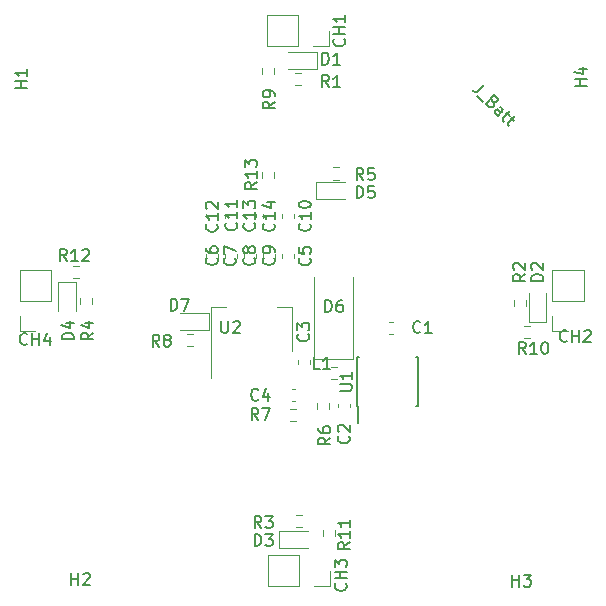
<source format=gbr>
%TF.GenerationSoftware,KiCad,Pcbnew,(5.1.8-0-10_14)*%
%TF.CreationDate,2021-02-18T22:33:31+08:00*%
%TF.ProjectId,batt_board,62617474-5f62-46f6-9172-642e6b696361,v0.2*%
%TF.SameCoordinates,Original*%
%TF.FileFunction,Legend,Top*%
%TF.FilePolarity,Positive*%
%FSLAX46Y46*%
G04 Gerber Fmt 4.6, Leading zero omitted, Abs format (unit mm)*
G04 Created by KiCad (PCBNEW (5.1.8-0-10_14)) date 2021-02-18 22:33:31*
%MOMM*%
%LPD*%
G01*
G04 APERTURE LIST*
%ADD10C,0.120000*%
%ADD11C,0.150000*%
G04 APERTURE END LIST*
D10*
%TO.C,U2*%
X139173000Y-85593000D02*
X137913000Y-85593000D01*
X132353000Y-85593000D02*
X133613000Y-85593000D01*
X139173000Y-89353000D02*
X139173000Y-85593000D01*
X132353000Y-91603000D02*
X132353000Y-85593000D01*
D11*
%TO.C,U1*%
X144745000Y-94023000D02*
X144795000Y-94023000D01*
X144745000Y-89873000D02*
X144890000Y-89873000D01*
X149895000Y-89873000D02*
X149750000Y-89873000D01*
X149895000Y-94023000D02*
X149750000Y-94023000D01*
X144745000Y-94023000D02*
X144745000Y-89873000D01*
X149895000Y-94023000D02*
X149895000Y-89873000D01*
X144795000Y-94023000D02*
X144795000Y-95423000D01*
D10*
%TO.C,R13*%
X137682500Y-74676724D02*
X137682500Y-74167276D01*
X136637500Y-74676724D02*
X136637500Y-74167276D01*
%TO.C,R12*%
X120649276Y-82154500D02*
X121158724Y-82154500D01*
X120649276Y-83199500D02*
X121158724Y-83199500D01*
%TO.C,R11*%
X141844500Y-105029724D02*
X141844500Y-104520276D01*
X142889500Y-105029724D02*
X142889500Y-104520276D01*
%TO.C,R10*%
X159385724Y-88279500D02*
X158876276Y-88279500D01*
X159385724Y-87234500D02*
X158876276Y-87234500D01*
%TO.C,R9*%
X137682500Y-65404276D02*
X137682500Y-65913724D01*
X136637500Y-65404276D02*
X136637500Y-65913724D01*
%TO.C,R8*%
X130810724Y-88914500D02*
X130301276Y-88914500D01*
X130810724Y-87869500D02*
X130301276Y-87869500D01*
%TO.C,R7*%
X139573724Y-95264500D02*
X139064276Y-95264500D01*
X139573724Y-94219500D02*
X139064276Y-94219500D01*
%TO.C,R6*%
X142381500Y-93725276D02*
X142381500Y-94234724D01*
X141336500Y-93725276D02*
X141336500Y-94234724D01*
%TO.C,R5*%
X142669240Y-74845233D02*
X143178688Y-74845233D01*
X142669240Y-73800233D02*
X143178688Y-73800233D01*
%TO.C,R4*%
X121268122Y-85386439D02*
X121268122Y-84876991D01*
X122313122Y-85386439D02*
X122313122Y-84876991D01*
%TO.C,R3*%
X140036724Y-104281500D02*
X139527276Y-104281500D01*
X140036724Y-103236500D02*
X139527276Y-103236500D01*
%TO.C,R2*%
X159018500Y-84988290D02*
X159018500Y-85497738D01*
X157973500Y-84988290D02*
X157973500Y-85497738D01*
%TO.C,R1*%
X139445276Y-65771500D02*
X139954724Y-65771500D01*
X139445276Y-66816500D02*
X139954724Y-66816500D01*
%TO.C,L1*%
X143002724Y-91708500D02*
X142493276Y-91708500D01*
X143002724Y-90663500D02*
X142493276Y-90663500D01*
%TO.C,D7*%
X129756000Y-87603000D02*
X132216000Y-87603000D01*
X132216000Y-87603000D02*
X132216000Y-86133000D01*
X132216000Y-86133000D02*
X129756000Y-86133000D01*
%TO.C,D6*%
X141098000Y-89998000D02*
X144398000Y-89998000D01*
X144398000Y-89998000D02*
X144398000Y-83098000D01*
X141098000Y-89998000D02*
X141098000Y-83098000D01*
%TO.C,D5*%
X141263964Y-76494574D02*
X143723964Y-76494574D01*
X141263964Y-75024574D02*
X141263964Y-76494574D01*
X143723964Y-75024574D02*
X141263964Y-75024574D01*
%TO.C,D4*%
X120909176Y-85931715D02*
X120909176Y-83471715D01*
X120909176Y-83471715D02*
X119439176Y-83471715D01*
X119439176Y-83471715D02*
X119439176Y-85931715D01*
%TO.C,D3*%
X140582000Y-104548000D02*
X138122000Y-104548000D01*
X138122000Y-104548000D02*
X138122000Y-106018000D01*
X138122000Y-106018000D02*
X140582000Y-106018000D01*
%TO.C,D2*%
X159285000Y-84417000D02*
X159285000Y-86877000D01*
X159285000Y-86877000D02*
X160755000Y-86877000D01*
X160755000Y-86877000D02*
X160755000Y-84417000D01*
%TO.C,D1*%
X138900000Y-65505000D02*
X141360000Y-65505000D01*
X141360000Y-65505000D02*
X141360000Y-64035000D01*
X141360000Y-64035000D02*
X138900000Y-64035000D01*
%TO.C,CH4*%
X118805000Y-85090000D02*
X116145000Y-85090000D01*
X118805000Y-85090000D02*
X118805000Y-82490000D01*
X118805000Y-82490000D02*
X116145000Y-82490000D01*
X116145000Y-85090000D02*
X116145000Y-82490000D01*
X116145000Y-87690000D02*
X116145000Y-86360000D01*
X117475000Y-87690000D02*
X116145000Y-87690000D01*
%TO.C,CH3*%
X139802200Y-106620000D02*
X139802200Y-109280000D01*
X139802200Y-106620000D02*
X137202200Y-106620000D01*
X137202200Y-106620000D02*
X137202200Y-109280000D01*
X139802200Y-109280000D02*
X137202200Y-109280000D01*
X142402200Y-109280000D02*
X141072200Y-109280000D01*
X142402200Y-107950000D02*
X142402200Y-109280000D01*
%TO.C,CH2*%
X163890000Y-85090000D02*
X161230000Y-85090000D01*
X163890000Y-85090000D02*
X163890000Y-82490000D01*
X163890000Y-82490000D02*
X161230000Y-82490000D01*
X161230000Y-85090000D02*
X161230000Y-82490000D01*
X161230000Y-87690000D02*
X161230000Y-86360000D01*
X162560000Y-87690000D02*
X161230000Y-87690000D01*
%TO.C,CH1*%
X139700000Y-60900000D02*
X139700000Y-63560000D01*
X139700000Y-60900000D02*
X137100000Y-60900000D01*
X137100000Y-60900000D02*
X137100000Y-63560000D01*
X139700000Y-63560000D02*
X137100000Y-63560000D01*
X142300000Y-63560000D02*
X140970000Y-63560000D01*
X142300000Y-62230000D02*
X142300000Y-63560000D01*
%TO.C,C14*%
X136736267Y-77782769D02*
X136736267Y-78075303D01*
X137756267Y-77782769D02*
X137756267Y-78075303D01*
%TO.C,C13*%
X136139821Y-78039778D02*
X136139821Y-77747244D01*
X135119821Y-78039778D02*
X135119821Y-77747244D01*
%TO.C,C12*%
X131886929Y-77747244D02*
X131886929Y-78039778D01*
X132906929Y-77747244D02*
X132906929Y-78039778D01*
%TO.C,C11*%
X134523375Y-78075303D02*
X134523375Y-77782769D01*
X133503375Y-78075303D02*
X133503375Y-77782769D01*
%TO.C,C10*%
X138352713Y-77782769D02*
X138352713Y-78075303D01*
X139372713Y-77782769D02*
X139372713Y-78075303D01*
%TO.C,C9*%
X137756267Y-81468201D02*
X137756267Y-81175667D01*
X136736267Y-81468201D02*
X136736267Y-81175667D01*
%TO.C,C8*%
X135119821Y-81175667D02*
X135119821Y-81468201D01*
X136139821Y-81175667D02*
X136139821Y-81468201D01*
%TO.C,C7*%
X134523375Y-81468201D02*
X134523375Y-81175667D01*
X133503375Y-81468201D02*
X133503375Y-81175667D01*
%TO.C,C6*%
X131886929Y-81175667D02*
X131886929Y-81468201D01*
X132906929Y-81175667D02*
X132906929Y-81468201D01*
%TO.C,C5*%
X139372713Y-81468201D02*
X139372713Y-81175667D01*
X138352713Y-81468201D02*
X138352713Y-81175667D01*
%TO.C,C4*%
X139465267Y-93601000D02*
X139172733Y-93601000D01*
X139465267Y-92581000D02*
X139172733Y-92581000D01*
%TO.C,C3*%
X139698000Y-90416767D02*
X139698000Y-90124233D01*
X140718000Y-90416767D02*
X140718000Y-90124233D01*
%TO.C,C2*%
X143127000Y-94126267D02*
X143127000Y-93833733D01*
X144147000Y-94126267D02*
X144147000Y-93833733D01*
%TO.C,C1*%
X147427733Y-86866000D02*
X147720267Y-86866000D01*
X147427733Y-87886000D02*
X147720267Y-87886000D01*
%TO.C,H4*%
D11*
X164155380Y-66928904D02*
X163155380Y-66928904D01*
X163631571Y-66928904D02*
X163631571Y-66357476D01*
X164155380Y-66357476D02*
X163155380Y-66357476D01*
X163488714Y-65452714D02*
X164155380Y-65452714D01*
X163107761Y-65690809D02*
X163822047Y-65928904D01*
X163822047Y-65309857D01*
%TO.C,J_Batt*%
X155478370Y-66819920D02*
X154973294Y-67324996D01*
X154838607Y-67392339D01*
X154703920Y-67392339D01*
X154569233Y-67324996D01*
X154501889Y-67257652D01*
X154872278Y-67762729D02*
X155411026Y-68301477D01*
X156252820Y-68267805D02*
X156320164Y-68402492D01*
X156320164Y-68469835D01*
X156286492Y-68570851D01*
X156185477Y-68671866D01*
X156084461Y-68705538D01*
X156017118Y-68705538D01*
X155916103Y-68671866D01*
X155646729Y-68402492D01*
X156353835Y-67695385D01*
X156589538Y-67931087D01*
X156623209Y-68032103D01*
X156623209Y-68099446D01*
X156589538Y-68200461D01*
X156522194Y-68267805D01*
X156421179Y-68301477D01*
X156353835Y-68301477D01*
X156252820Y-68267805D01*
X156017118Y-68032103D01*
X156656881Y-69412644D02*
X157027270Y-69042255D01*
X157060942Y-68941240D01*
X157027270Y-68840225D01*
X156892583Y-68705538D01*
X156791568Y-68671866D01*
X156690553Y-69378973D02*
X156589538Y-69345301D01*
X156421179Y-69176942D01*
X156387507Y-69075927D01*
X156421179Y-68974912D01*
X156488522Y-68907568D01*
X156589538Y-68873896D01*
X156690553Y-68907568D01*
X156858912Y-69075927D01*
X156959927Y-69109599D01*
X157363988Y-69176942D02*
X157633362Y-69446316D01*
X157700705Y-69042255D02*
X157094614Y-69648347D01*
X157060942Y-69749362D01*
X157094614Y-69850377D01*
X157161957Y-69917721D01*
X157768049Y-69581003D02*
X158037423Y-69850377D01*
X158104766Y-69446316D02*
X157498675Y-70052408D01*
X157465003Y-70153423D01*
X157498675Y-70254438D01*
X157566018Y-70321782D01*
%TO.C,H2*%
X120523095Y-109164380D02*
X120523095Y-108164380D01*
X120523095Y-108640571D02*
X121094523Y-108640571D01*
X121094523Y-109164380D02*
X121094523Y-108164380D01*
X121523095Y-108259619D02*
X121570714Y-108212000D01*
X121665952Y-108164380D01*
X121904047Y-108164380D01*
X121999285Y-108212000D01*
X122046904Y-108259619D01*
X122094523Y-108354857D01*
X122094523Y-108450095D01*
X122046904Y-108592952D01*
X121475476Y-109164380D01*
X122094523Y-109164380D01*
%TO.C,U2*%
X133223095Y-86828380D02*
X133223095Y-87637904D01*
X133270714Y-87733142D01*
X133318333Y-87780761D01*
X133413571Y-87828380D01*
X133604047Y-87828380D01*
X133699285Y-87780761D01*
X133746904Y-87733142D01*
X133794523Y-87637904D01*
X133794523Y-86828380D01*
X134223095Y-86923619D02*
X134270714Y-86876000D01*
X134365952Y-86828380D01*
X134604047Y-86828380D01*
X134699285Y-86876000D01*
X134746904Y-86923619D01*
X134794523Y-87018857D01*
X134794523Y-87114095D01*
X134746904Y-87256952D01*
X134175476Y-87828380D01*
X134794523Y-87828380D01*
%TO.C,U1*%
X143272380Y-92709904D02*
X144081904Y-92709904D01*
X144177142Y-92662285D01*
X144224761Y-92614666D01*
X144272380Y-92519428D01*
X144272380Y-92328952D01*
X144224761Y-92233714D01*
X144177142Y-92186095D01*
X144081904Y-92138476D01*
X143272380Y-92138476D01*
X144272380Y-91138476D02*
X144272380Y-91709904D01*
X144272380Y-91424190D02*
X143272380Y-91424190D01*
X143415238Y-91519428D01*
X143510476Y-91614666D01*
X143558095Y-91709904D01*
%TO.C,R13*%
X136215380Y-75064857D02*
X135739190Y-75398190D01*
X136215380Y-75636285D02*
X135215380Y-75636285D01*
X135215380Y-75255333D01*
X135263000Y-75160095D01*
X135310619Y-75112476D01*
X135405857Y-75064857D01*
X135548714Y-75064857D01*
X135643952Y-75112476D01*
X135691571Y-75160095D01*
X135739190Y-75255333D01*
X135739190Y-75636285D01*
X136215380Y-74112476D02*
X136215380Y-74683904D01*
X136215380Y-74398190D02*
X135215380Y-74398190D01*
X135358238Y-74493428D01*
X135453476Y-74588666D01*
X135501095Y-74683904D01*
X135215380Y-73779142D02*
X135215380Y-73160095D01*
X135596333Y-73493428D01*
X135596333Y-73350571D01*
X135643952Y-73255333D01*
X135691571Y-73207714D01*
X135786809Y-73160095D01*
X136024904Y-73160095D01*
X136120142Y-73207714D01*
X136167761Y-73255333D01*
X136215380Y-73350571D01*
X136215380Y-73636285D01*
X136167761Y-73731523D01*
X136120142Y-73779142D01*
%TO.C,R12*%
X120134142Y-81732380D02*
X119800809Y-81256190D01*
X119562714Y-81732380D02*
X119562714Y-80732380D01*
X119943666Y-80732380D01*
X120038904Y-80780000D01*
X120086523Y-80827619D01*
X120134142Y-80922857D01*
X120134142Y-81065714D01*
X120086523Y-81160952D01*
X120038904Y-81208571D01*
X119943666Y-81256190D01*
X119562714Y-81256190D01*
X121086523Y-81732380D02*
X120515095Y-81732380D01*
X120800809Y-81732380D02*
X120800809Y-80732380D01*
X120705571Y-80875238D01*
X120610333Y-80970476D01*
X120515095Y-81018095D01*
X121467476Y-80827619D02*
X121515095Y-80780000D01*
X121610333Y-80732380D01*
X121848428Y-80732380D01*
X121943666Y-80780000D01*
X121991285Y-80827619D01*
X122038904Y-80922857D01*
X122038904Y-81018095D01*
X121991285Y-81160952D01*
X121419857Y-81732380D01*
X122038904Y-81732380D01*
%TO.C,R11*%
X144089380Y-105544857D02*
X143613190Y-105878190D01*
X144089380Y-106116285D02*
X143089380Y-106116285D01*
X143089380Y-105735333D01*
X143137000Y-105640095D01*
X143184619Y-105592476D01*
X143279857Y-105544857D01*
X143422714Y-105544857D01*
X143517952Y-105592476D01*
X143565571Y-105640095D01*
X143613190Y-105735333D01*
X143613190Y-106116285D01*
X144089380Y-104592476D02*
X144089380Y-105163904D01*
X144089380Y-104878190D02*
X143089380Y-104878190D01*
X143232238Y-104973428D01*
X143327476Y-105068666D01*
X143375095Y-105163904D01*
X144089380Y-103640095D02*
X144089380Y-104211523D01*
X144089380Y-103925809D02*
X143089380Y-103925809D01*
X143232238Y-104021047D01*
X143327476Y-104116285D01*
X143375095Y-104211523D01*
%TO.C,R10*%
X158996142Y-89606380D02*
X158662809Y-89130190D01*
X158424714Y-89606380D02*
X158424714Y-88606380D01*
X158805666Y-88606380D01*
X158900904Y-88654000D01*
X158948523Y-88701619D01*
X158996142Y-88796857D01*
X158996142Y-88939714D01*
X158948523Y-89034952D01*
X158900904Y-89082571D01*
X158805666Y-89130190D01*
X158424714Y-89130190D01*
X159948523Y-89606380D02*
X159377095Y-89606380D01*
X159662809Y-89606380D02*
X159662809Y-88606380D01*
X159567571Y-88749238D01*
X159472333Y-88844476D01*
X159377095Y-88892095D01*
X160567571Y-88606380D02*
X160662809Y-88606380D01*
X160758047Y-88654000D01*
X160805666Y-88701619D01*
X160853285Y-88796857D01*
X160900904Y-88987333D01*
X160900904Y-89225428D01*
X160853285Y-89415904D01*
X160805666Y-89511142D01*
X160758047Y-89558761D01*
X160662809Y-89606380D01*
X160567571Y-89606380D01*
X160472333Y-89558761D01*
X160424714Y-89511142D01*
X160377095Y-89415904D01*
X160329476Y-89225428D01*
X160329476Y-88987333D01*
X160377095Y-88796857D01*
X160424714Y-88701619D01*
X160472333Y-88654000D01*
X160567571Y-88606380D01*
%TO.C,R9*%
X137739380Y-68238666D02*
X137263190Y-68572000D01*
X137739380Y-68810095D02*
X136739380Y-68810095D01*
X136739380Y-68429142D01*
X136787000Y-68333904D01*
X136834619Y-68286285D01*
X136929857Y-68238666D01*
X137072714Y-68238666D01*
X137167952Y-68286285D01*
X137215571Y-68333904D01*
X137263190Y-68429142D01*
X137263190Y-68810095D01*
X137739380Y-67762476D02*
X137739380Y-67572000D01*
X137691761Y-67476761D01*
X137644142Y-67429142D01*
X137501285Y-67333904D01*
X137310809Y-67286285D01*
X136929857Y-67286285D01*
X136834619Y-67333904D01*
X136787000Y-67381523D01*
X136739380Y-67476761D01*
X136739380Y-67667238D01*
X136787000Y-67762476D01*
X136834619Y-67810095D01*
X136929857Y-67857714D01*
X137167952Y-67857714D01*
X137263190Y-67810095D01*
X137310809Y-67762476D01*
X137358428Y-67667238D01*
X137358428Y-67476761D01*
X137310809Y-67381523D01*
X137263190Y-67333904D01*
X137167952Y-67286285D01*
%TO.C,R8*%
X127976333Y-88971380D02*
X127643000Y-88495190D01*
X127404904Y-88971380D02*
X127404904Y-87971380D01*
X127785857Y-87971380D01*
X127881095Y-88019000D01*
X127928714Y-88066619D01*
X127976333Y-88161857D01*
X127976333Y-88304714D01*
X127928714Y-88399952D01*
X127881095Y-88447571D01*
X127785857Y-88495190D01*
X127404904Y-88495190D01*
X128547761Y-88399952D02*
X128452523Y-88352333D01*
X128404904Y-88304714D01*
X128357285Y-88209476D01*
X128357285Y-88161857D01*
X128404904Y-88066619D01*
X128452523Y-88019000D01*
X128547761Y-87971380D01*
X128738238Y-87971380D01*
X128833476Y-88019000D01*
X128881095Y-88066619D01*
X128928714Y-88161857D01*
X128928714Y-88209476D01*
X128881095Y-88304714D01*
X128833476Y-88352333D01*
X128738238Y-88399952D01*
X128547761Y-88399952D01*
X128452523Y-88447571D01*
X128404904Y-88495190D01*
X128357285Y-88590428D01*
X128357285Y-88780904D01*
X128404904Y-88876142D01*
X128452523Y-88923761D01*
X128547761Y-88971380D01*
X128738238Y-88971380D01*
X128833476Y-88923761D01*
X128881095Y-88876142D01*
X128928714Y-88780904D01*
X128928714Y-88590428D01*
X128881095Y-88495190D01*
X128833476Y-88447571D01*
X128738238Y-88399952D01*
%TO.C,R7*%
X136358333Y-95194380D02*
X136025000Y-94718190D01*
X135786904Y-95194380D02*
X135786904Y-94194380D01*
X136167857Y-94194380D01*
X136263095Y-94242000D01*
X136310714Y-94289619D01*
X136358333Y-94384857D01*
X136358333Y-94527714D01*
X136310714Y-94622952D01*
X136263095Y-94670571D01*
X136167857Y-94718190D01*
X135786904Y-94718190D01*
X136691666Y-94194380D02*
X137358333Y-94194380D01*
X136929761Y-95194380D01*
%TO.C,R6*%
X142438380Y-96686666D02*
X141962190Y-97020000D01*
X142438380Y-97258095D02*
X141438380Y-97258095D01*
X141438380Y-96877142D01*
X141486000Y-96781904D01*
X141533619Y-96734285D01*
X141628857Y-96686666D01*
X141771714Y-96686666D01*
X141866952Y-96734285D01*
X141914571Y-96781904D01*
X141962190Y-96877142D01*
X141962190Y-97258095D01*
X141438380Y-95829523D02*
X141438380Y-96020000D01*
X141486000Y-96115238D01*
X141533619Y-96162857D01*
X141676476Y-96258095D01*
X141866952Y-96305714D01*
X142247904Y-96305714D01*
X142343142Y-96258095D01*
X142390761Y-96210476D01*
X142438380Y-96115238D01*
X142438380Y-95924761D01*
X142390761Y-95829523D01*
X142343142Y-95781904D01*
X142247904Y-95734285D01*
X142009809Y-95734285D01*
X141914571Y-95781904D01*
X141866952Y-95829523D01*
X141819333Y-95924761D01*
X141819333Y-96115238D01*
X141866952Y-96210476D01*
X141914571Y-96258095D01*
X142009809Y-96305714D01*
%TO.C,R5*%
X145248333Y-74874380D02*
X144915000Y-74398190D01*
X144676904Y-74874380D02*
X144676904Y-73874380D01*
X145057857Y-73874380D01*
X145153095Y-73922000D01*
X145200714Y-73969619D01*
X145248333Y-74064857D01*
X145248333Y-74207714D01*
X145200714Y-74302952D01*
X145153095Y-74350571D01*
X145057857Y-74398190D01*
X144676904Y-74398190D01*
X146153095Y-73874380D02*
X145676904Y-73874380D01*
X145629285Y-74350571D01*
X145676904Y-74302952D01*
X145772142Y-74255333D01*
X146010238Y-74255333D01*
X146105476Y-74302952D01*
X146153095Y-74350571D01*
X146200714Y-74445809D01*
X146200714Y-74683904D01*
X146153095Y-74779142D01*
X146105476Y-74826761D01*
X146010238Y-74874380D01*
X145772142Y-74874380D01*
X145676904Y-74826761D01*
X145629285Y-74779142D01*
%TO.C,R4*%
X122372380Y-87796666D02*
X121896190Y-88130000D01*
X122372380Y-88368095D02*
X121372380Y-88368095D01*
X121372380Y-87987142D01*
X121420000Y-87891904D01*
X121467619Y-87844285D01*
X121562857Y-87796666D01*
X121705714Y-87796666D01*
X121800952Y-87844285D01*
X121848571Y-87891904D01*
X121896190Y-87987142D01*
X121896190Y-88368095D01*
X121705714Y-86939523D02*
X122372380Y-86939523D01*
X121324761Y-87177619D02*
X122039047Y-87415714D01*
X122039047Y-86796666D01*
%TO.C,R3*%
X136612333Y-104338380D02*
X136279000Y-103862190D01*
X136040904Y-104338380D02*
X136040904Y-103338380D01*
X136421857Y-103338380D01*
X136517095Y-103386000D01*
X136564714Y-103433619D01*
X136612333Y-103528857D01*
X136612333Y-103671714D01*
X136564714Y-103766952D01*
X136517095Y-103814571D01*
X136421857Y-103862190D01*
X136040904Y-103862190D01*
X136945666Y-103338380D02*
X137564714Y-103338380D01*
X137231380Y-103719333D01*
X137374238Y-103719333D01*
X137469476Y-103766952D01*
X137517095Y-103814571D01*
X137564714Y-103909809D01*
X137564714Y-104147904D01*
X137517095Y-104243142D01*
X137469476Y-104290761D01*
X137374238Y-104338380D01*
X137088523Y-104338380D01*
X136993285Y-104290761D01*
X136945666Y-104243142D01*
%TO.C,R2*%
X158948380Y-82843666D02*
X158472190Y-83177000D01*
X158948380Y-83415095D02*
X157948380Y-83415095D01*
X157948380Y-83034142D01*
X157996000Y-82938904D01*
X158043619Y-82891285D01*
X158138857Y-82843666D01*
X158281714Y-82843666D01*
X158376952Y-82891285D01*
X158424571Y-82938904D01*
X158472190Y-83034142D01*
X158472190Y-83415095D01*
X158043619Y-82462714D02*
X157996000Y-82415095D01*
X157948380Y-82319857D01*
X157948380Y-82081761D01*
X157996000Y-81986523D01*
X158043619Y-81938904D01*
X158138857Y-81891285D01*
X158234095Y-81891285D01*
X158376952Y-81938904D01*
X158948380Y-82510333D01*
X158948380Y-81891285D01*
%TO.C,R1*%
X142327333Y-67000380D02*
X141994000Y-66524190D01*
X141755904Y-67000380D02*
X141755904Y-66000380D01*
X142136857Y-66000380D01*
X142232095Y-66048000D01*
X142279714Y-66095619D01*
X142327333Y-66190857D01*
X142327333Y-66333714D01*
X142279714Y-66428952D01*
X142232095Y-66476571D01*
X142136857Y-66524190D01*
X141755904Y-66524190D01*
X143279714Y-67000380D02*
X142708285Y-67000380D01*
X142994000Y-67000380D02*
X142994000Y-66000380D01*
X142898761Y-66143238D01*
X142803523Y-66238476D01*
X142708285Y-66286095D01*
%TO.C,L1*%
X141565333Y-90876380D02*
X141089142Y-90876380D01*
X141089142Y-89876380D01*
X142422476Y-90876380D02*
X141851047Y-90876380D01*
X142136761Y-90876380D02*
X142136761Y-89876380D01*
X142041523Y-90019238D01*
X141946285Y-90114476D01*
X141851047Y-90162095D01*
%TO.C,H3*%
X157861095Y-109291380D02*
X157861095Y-108291380D01*
X157861095Y-108767571D02*
X158432523Y-108767571D01*
X158432523Y-109291380D02*
X158432523Y-108291380D01*
X158813476Y-108291380D02*
X159432523Y-108291380D01*
X159099190Y-108672333D01*
X159242047Y-108672333D01*
X159337285Y-108719952D01*
X159384904Y-108767571D01*
X159432523Y-108862809D01*
X159432523Y-109100904D01*
X159384904Y-109196142D01*
X159337285Y-109243761D01*
X159242047Y-109291380D01*
X158956333Y-109291380D01*
X158861095Y-109243761D01*
X158813476Y-109196142D01*
%TO.C,H1*%
X116784380Y-67055904D02*
X115784380Y-67055904D01*
X116260571Y-67055904D02*
X116260571Y-66484476D01*
X116784380Y-66484476D02*
X115784380Y-66484476D01*
X116784380Y-65484476D02*
X116784380Y-66055904D01*
X116784380Y-65770190D02*
X115784380Y-65770190D01*
X115927238Y-65865428D01*
X116022476Y-65960666D01*
X116070095Y-66055904D01*
%TO.C,D7*%
X128928904Y-85923380D02*
X128928904Y-84923380D01*
X129167000Y-84923380D01*
X129309857Y-84971000D01*
X129405095Y-85066238D01*
X129452714Y-85161476D01*
X129500333Y-85351952D01*
X129500333Y-85494809D01*
X129452714Y-85685285D01*
X129405095Y-85780523D01*
X129309857Y-85875761D01*
X129167000Y-85923380D01*
X128928904Y-85923380D01*
X129833666Y-84923380D02*
X130500333Y-84923380D01*
X130071761Y-85923380D01*
%TO.C,D6*%
X142009904Y-86050380D02*
X142009904Y-85050380D01*
X142248000Y-85050380D01*
X142390857Y-85098000D01*
X142486095Y-85193238D01*
X142533714Y-85288476D01*
X142581333Y-85478952D01*
X142581333Y-85621809D01*
X142533714Y-85812285D01*
X142486095Y-85907523D01*
X142390857Y-86002761D01*
X142248000Y-86050380D01*
X142009904Y-86050380D01*
X143438476Y-85050380D02*
X143248000Y-85050380D01*
X143152761Y-85098000D01*
X143105142Y-85145619D01*
X143009904Y-85288476D01*
X142962285Y-85478952D01*
X142962285Y-85859904D01*
X143009904Y-85955142D01*
X143057523Y-86002761D01*
X143152761Y-86050380D01*
X143343238Y-86050380D01*
X143438476Y-86002761D01*
X143486095Y-85955142D01*
X143533714Y-85859904D01*
X143533714Y-85621809D01*
X143486095Y-85526571D01*
X143438476Y-85478952D01*
X143343238Y-85431333D01*
X143152761Y-85431333D01*
X143057523Y-85478952D01*
X143009904Y-85526571D01*
X142962285Y-85621809D01*
%TO.C,D5*%
X144676904Y-76398380D02*
X144676904Y-75398380D01*
X144915000Y-75398380D01*
X145057857Y-75446000D01*
X145153095Y-75541238D01*
X145200714Y-75636476D01*
X145248333Y-75826952D01*
X145248333Y-75969809D01*
X145200714Y-76160285D01*
X145153095Y-76255523D01*
X145057857Y-76350761D01*
X144915000Y-76398380D01*
X144676904Y-76398380D01*
X146153095Y-75398380D02*
X145676904Y-75398380D01*
X145629285Y-75874571D01*
X145676904Y-75826952D01*
X145772142Y-75779333D01*
X146010238Y-75779333D01*
X146105476Y-75826952D01*
X146153095Y-75874571D01*
X146200714Y-75969809D01*
X146200714Y-76207904D01*
X146153095Y-76303142D01*
X146105476Y-76350761D01*
X146010238Y-76398380D01*
X145772142Y-76398380D01*
X145676904Y-76350761D01*
X145629285Y-76303142D01*
%TO.C,D4*%
X120721380Y-88368095D02*
X119721380Y-88368095D01*
X119721380Y-88130000D01*
X119769000Y-87987142D01*
X119864238Y-87891904D01*
X119959476Y-87844285D01*
X120149952Y-87796666D01*
X120292809Y-87796666D01*
X120483285Y-87844285D01*
X120578523Y-87891904D01*
X120673761Y-87987142D01*
X120721380Y-88130000D01*
X120721380Y-88368095D01*
X120054714Y-86939523D02*
X120721380Y-86939523D01*
X119673761Y-87177619D02*
X120388047Y-87415714D01*
X120388047Y-86796666D01*
%TO.C,D3*%
X136040904Y-105862380D02*
X136040904Y-104862380D01*
X136279000Y-104862380D01*
X136421857Y-104910000D01*
X136517095Y-105005238D01*
X136564714Y-105100476D01*
X136612333Y-105290952D01*
X136612333Y-105433809D01*
X136564714Y-105624285D01*
X136517095Y-105719523D01*
X136421857Y-105814761D01*
X136279000Y-105862380D01*
X136040904Y-105862380D01*
X136945666Y-104862380D02*
X137564714Y-104862380D01*
X137231380Y-105243333D01*
X137374238Y-105243333D01*
X137469476Y-105290952D01*
X137517095Y-105338571D01*
X137564714Y-105433809D01*
X137564714Y-105671904D01*
X137517095Y-105767142D01*
X137469476Y-105814761D01*
X137374238Y-105862380D01*
X137088523Y-105862380D01*
X136993285Y-105814761D01*
X136945666Y-105767142D01*
%TO.C,D2*%
X160472380Y-83415095D02*
X159472380Y-83415095D01*
X159472380Y-83177000D01*
X159520000Y-83034142D01*
X159615238Y-82938904D01*
X159710476Y-82891285D01*
X159900952Y-82843666D01*
X160043809Y-82843666D01*
X160234285Y-82891285D01*
X160329523Y-82938904D01*
X160424761Y-83034142D01*
X160472380Y-83177000D01*
X160472380Y-83415095D01*
X159567619Y-82462714D02*
X159520000Y-82415095D01*
X159472380Y-82319857D01*
X159472380Y-82081761D01*
X159520000Y-81986523D01*
X159567619Y-81938904D01*
X159662857Y-81891285D01*
X159758095Y-81891285D01*
X159900952Y-81938904D01*
X160472380Y-82510333D01*
X160472380Y-81891285D01*
%TO.C,D1*%
X141755904Y-65095380D02*
X141755904Y-64095380D01*
X141994000Y-64095380D01*
X142136857Y-64143000D01*
X142232095Y-64238238D01*
X142279714Y-64333476D01*
X142327333Y-64523952D01*
X142327333Y-64666809D01*
X142279714Y-64857285D01*
X142232095Y-64952523D01*
X142136857Y-65047761D01*
X141994000Y-65095380D01*
X141755904Y-65095380D01*
X143279714Y-65095380D02*
X142708285Y-65095380D01*
X142994000Y-65095380D02*
X142994000Y-64095380D01*
X142898761Y-64238238D01*
X142803523Y-64333476D01*
X142708285Y-64381095D01*
%TO.C,CH4*%
X116784523Y-88749142D02*
X116736904Y-88796761D01*
X116594047Y-88844380D01*
X116498809Y-88844380D01*
X116355952Y-88796761D01*
X116260714Y-88701523D01*
X116213095Y-88606285D01*
X116165476Y-88415809D01*
X116165476Y-88272952D01*
X116213095Y-88082476D01*
X116260714Y-87987238D01*
X116355952Y-87892000D01*
X116498809Y-87844380D01*
X116594047Y-87844380D01*
X116736904Y-87892000D01*
X116784523Y-87939619D01*
X117213095Y-88844380D02*
X117213095Y-87844380D01*
X117213095Y-88320571D02*
X117784523Y-88320571D01*
X117784523Y-88844380D02*
X117784523Y-87844380D01*
X118689285Y-88177714D02*
X118689285Y-88844380D01*
X118451190Y-87796761D02*
X118213095Y-88511047D01*
X118832142Y-88511047D01*
%TO.C,CH3*%
X143740142Y-109021476D02*
X143787761Y-109069095D01*
X143835380Y-109211952D01*
X143835380Y-109307190D01*
X143787761Y-109450047D01*
X143692523Y-109545285D01*
X143597285Y-109592904D01*
X143406809Y-109640523D01*
X143263952Y-109640523D01*
X143073476Y-109592904D01*
X142978238Y-109545285D01*
X142883000Y-109450047D01*
X142835380Y-109307190D01*
X142835380Y-109211952D01*
X142883000Y-109069095D01*
X142930619Y-109021476D01*
X143835380Y-108592904D02*
X142835380Y-108592904D01*
X143311571Y-108592904D02*
X143311571Y-108021476D01*
X143835380Y-108021476D02*
X142835380Y-108021476D01*
X142835380Y-107640523D02*
X142835380Y-107021476D01*
X143216333Y-107354809D01*
X143216333Y-107211952D01*
X143263952Y-107116714D01*
X143311571Y-107069095D01*
X143406809Y-107021476D01*
X143644904Y-107021476D01*
X143740142Y-107069095D01*
X143787761Y-107116714D01*
X143835380Y-107211952D01*
X143835380Y-107497666D01*
X143787761Y-107592904D01*
X143740142Y-107640523D01*
%TO.C,CH2*%
X162504523Y-88495142D02*
X162456904Y-88542761D01*
X162314047Y-88590380D01*
X162218809Y-88590380D01*
X162075952Y-88542761D01*
X161980714Y-88447523D01*
X161933095Y-88352285D01*
X161885476Y-88161809D01*
X161885476Y-88018952D01*
X161933095Y-87828476D01*
X161980714Y-87733238D01*
X162075952Y-87638000D01*
X162218809Y-87590380D01*
X162314047Y-87590380D01*
X162456904Y-87638000D01*
X162504523Y-87685619D01*
X162933095Y-88590380D02*
X162933095Y-87590380D01*
X162933095Y-88066571D02*
X163504523Y-88066571D01*
X163504523Y-88590380D02*
X163504523Y-87590380D01*
X163933095Y-87685619D02*
X163980714Y-87638000D01*
X164075952Y-87590380D01*
X164314047Y-87590380D01*
X164409285Y-87638000D01*
X164456904Y-87685619D01*
X164504523Y-87780857D01*
X164504523Y-87876095D01*
X164456904Y-88018952D01*
X163885476Y-88590380D01*
X164504523Y-88590380D01*
%TO.C,CH1*%
X143613142Y-62920476D02*
X143660761Y-62968095D01*
X143708380Y-63110952D01*
X143708380Y-63206190D01*
X143660761Y-63349047D01*
X143565523Y-63444285D01*
X143470285Y-63491904D01*
X143279809Y-63539523D01*
X143136952Y-63539523D01*
X142946476Y-63491904D01*
X142851238Y-63444285D01*
X142756000Y-63349047D01*
X142708380Y-63206190D01*
X142708380Y-63110952D01*
X142756000Y-62968095D01*
X142803619Y-62920476D01*
X143708380Y-62491904D02*
X142708380Y-62491904D01*
X143184571Y-62491904D02*
X143184571Y-61920476D01*
X143708380Y-61920476D02*
X142708380Y-61920476D01*
X143708380Y-60920476D02*
X143708380Y-61491904D01*
X143708380Y-61206190D02*
X142708380Y-61206190D01*
X142851238Y-61301428D01*
X142946476Y-61396666D01*
X142994095Y-61491904D01*
%TO.C,C14*%
X137644142Y-78571893D02*
X137691761Y-78619512D01*
X137739380Y-78762369D01*
X137739380Y-78857607D01*
X137691761Y-79000464D01*
X137596523Y-79095702D01*
X137501285Y-79143321D01*
X137310809Y-79190940D01*
X137167952Y-79190940D01*
X136977476Y-79143321D01*
X136882238Y-79095702D01*
X136787000Y-79000464D01*
X136739380Y-78857607D01*
X136739380Y-78762369D01*
X136787000Y-78619512D01*
X136834619Y-78571893D01*
X137739380Y-77619512D02*
X137739380Y-78190940D01*
X137739380Y-77905226D02*
X136739380Y-77905226D01*
X136882238Y-78000464D01*
X136977476Y-78095702D01*
X137025095Y-78190940D01*
X137072714Y-76762369D02*
X137739380Y-76762369D01*
X136691761Y-77000464D02*
X137406047Y-77238559D01*
X137406047Y-76619512D01*
%TO.C,C13*%
X135993142Y-78536368D02*
X136040761Y-78583987D01*
X136088380Y-78726844D01*
X136088380Y-78822082D01*
X136040761Y-78964939D01*
X135945523Y-79060177D01*
X135850285Y-79107796D01*
X135659809Y-79155415D01*
X135516952Y-79155415D01*
X135326476Y-79107796D01*
X135231238Y-79060177D01*
X135136000Y-78964939D01*
X135088380Y-78822082D01*
X135088380Y-78726844D01*
X135136000Y-78583987D01*
X135183619Y-78536368D01*
X136088380Y-77583987D02*
X136088380Y-78155415D01*
X136088380Y-77869701D02*
X135088380Y-77869701D01*
X135231238Y-77964939D01*
X135326476Y-78060177D01*
X135374095Y-78155415D01*
X135088380Y-77250653D02*
X135088380Y-76631606D01*
X135469333Y-76964939D01*
X135469333Y-76822082D01*
X135516952Y-76726844D01*
X135564571Y-76679225D01*
X135659809Y-76631606D01*
X135897904Y-76631606D01*
X135993142Y-76679225D01*
X136040761Y-76726844D01*
X136088380Y-76822082D01*
X136088380Y-77107796D01*
X136040761Y-77203034D01*
X135993142Y-77250653D01*
%TO.C,C12*%
X132818142Y-78620857D02*
X132865761Y-78668476D01*
X132913380Y-78811333D01*
X132913380Y-78906571D01*
X132865761Y-79049428D01*
X132770523Y-79144666D01*
X132675285Y-79192285D01*
X132484809Y-79239904D01*
X132341952Y-79239904D01*
X132151476Y-79192285D01*
X132056238Y-79144666D01*
X131961000Y-79049428D01*
X131913380Y-78906571D01*
X131913380Y-78811333D01*
X131961000Y-78668476D01*
X132008619Y-78620857D01*
X132913380Y-77668476D02*
X132913380Y-78239904D01*
X132913380Y-77954190D02*
X131913380Y-77954190D01*
X132056238Y-78049428D01*
X132151476Y-78144666D01*
X132199095Y-78239904D01*
X132008619Y-77287523D02*
X131961000Y-77239904D01*
X131913380Y-77144666D01*
X131913380Y-76906571D01*
X131961000Y-76811333D01*
X132008619Y-76763714D01*
X132103857Y-76716095D01*
X132199095Y-76716095D01*
X132341952Y-76763714D01*
X132913380Y-77335142D01*
X132913380Y-76716095D01*
%TO.C,C11*%
X134469142Y-78493857D02*
X134516761Y-78541476D01*
X134564380Y-78684333D01*
X134564380Y-78779571D01*
X134516761Y-78922428D01*
X134421523Y-79017666D01*
X134326285Y-79065285D01*
X134135809Y-79112904D01*
X133992952Y-79112904D01*
X133802476Y-79065285D01*
X133707238Y-79017666D01*
X133612000Y-78922428D01*
X133564380Y-78779571D01*
X133564380Y-78684333D01*
X133612000Y-78541476D01*
X133659619Y-78493857D01*
X134564380Y-77541476D02*
X134564380Y-78112904D01*
X134564380Y-77827190D02*
X133564380Y-77827190D01*
X133707238Y-77922428D01*
X133802476Y-78017666D01*
X133850095Y-78112904D01*
X134564380Y-76589095D02*
X134564380Y-77160523D01*
X134564380Y-76874809D02*
X133564380Y-76874809D01*
X133707238Y-76970047D01*
X133802476Y-77065285D01*
X133850095Y-77160523D01*
%TO.C,C10*%
X140692142Y-78571893D02*
X140739761Y-78619512D01*
X140787380Y-78762369D01*
X140787380Y-78857607D01*
X140739761Y-79000464D01*
X140644523Y-79095702D01*
X140549285Y-79143321D01*
X140358809Y-79190940D01*
X140215952Y-79190940D01*
X140025476Y-79143321D01*
X139930238Y-79095702D01*
X139835000Y-79000464D01*
X139787380Y-78857607D01*
X139787380Y-78762369D01*
X139835000Y-78619512D01*
X139882619Y-78571893D01*
X140787380Y-77619512D02*
X140787380Y-78190940D01*
X140787380Y-77905226D02*
X139787380Y-77905226D01*
X139930238Y-78000464D01*
X140025476Y-78095702D01*
X140073095Y-78190940D01*
X139787380Y-77000464D02*
X139787380Y-76905226D01*
X139835000Y-76809988D01*
X139882619Y-76762369D01*
X139977857Y-76714750D01*
X140168333Y-76667131D01*
X140406428Y-76667131D01*
X140596904Y-76714750D01*
X140692142Y-76762369D01*
X140739761Y-76809988D01*
X140787380Y-76905226D01*
X140787380Y-77000464D01*
X140739761Y-77095702D01*
X140692142Y-77143321D01*
X140596904Y-77190940D01*
X140406428Y-77238559D01*
X140168333Y-77238559D01*
X139977857Y-77190940D01*
X139882619Y-77143321D01*
X139835000Y-77095702D01*
X139787380Y-77000464D01*
%TO.C,C9*%
X137644142Y-81446666D02*
X137691761Y-81494285D01*
X137739380Y-81637142D01*
X137739380Y-81732380D01*
X137691761Y-81875238D01*
X137596523Y-81970476D01*
X137501285Y-82018095D01*
X137310809Y-82065714D01*
X137167952Y-82065714D01*
X136977476Y-82018095D01*
X136882238Y-81970476D01*
X136787000Y-81875238D01*
X136739380Y-81732380D01*
X136739380Y-81637142D01*
X136787000Y-81494285D01*
X136834619Y-81446666D01*
X137739380Y-80970476D02*
X137739380Y-80780000D01*
X137691761Y-80684761D01*
X137644142Y-80637142D01*
X137501285Y-80541904D01*
X137310809Y-80494285D01*
X136929857Y-80494285D01*
X136834619Y-80541904D01*
X136787000Y-80589523D01*
X136739380Y-80684761D01*
X136739380Y-80875238D01*
X136787000Y-80970476D01*
X136834619Y-81018095D01*
X136929857Y-81065714D01*
X137167952Y-81065714D01*
X137263190Y-81018095D01*
X137310809Y-80970476D01*
X137358428Y-80875238D01*
X137358428Y-80684761D01*
X137310809Y-80589523D01*
X137263190Y-80541904D01*
X137167952Y-80494285D01*
%TO.C,C8*%
X135993142Y-81446666D02*
X136040761Y-81494285D01*
X136088380Y-81637142D01*
X136088380Y-81732380D01*
X136040761Y-81875238D01*
X135945523Y-81970476D01*
X135850285Y-82018095D01*
X135659809Y-82065714D01*
X135516952Y-82065714D01*
X135326476Y-82018095D01*
X135231238Y-81970476D01*
X135136000Y-81875238D01*
X135088380Y-81732380D01*
X135088380Y-81637142D01*
X135136000Y-81494285D01*
X135183619Y-81446666D01*
X135516952Y-80875238D02*
X135469333Y-80970476D01*
X135421714Y-81018095D01*
X135326476Y-81065714D01*
X135278857Y-81065714D01*
X135183619Y-81018095D01*
X135136000Y-80970476D01*
X135088380Y-80875238D01*
X135088380Y-80684761D01*
X135136000Y-80589523D01*
X135183619Y-80541904D01*
X135278857Y-80494285D01*
X135326476Y-80494285D01*
X135421714Y-80541904D01*
X135469333Y-80589523D01*
X135516952Y-80684761D01*
X135516952Y-80875238D01*
X135564571Y-80970476D01*
X135612190Y-81018095D01*
X135707428Y-81065714D01*
X135897904Y-81065714D01*
X135993142Y-81018095D01*
X136040761Y-80970476D01*
X136088380Y-80875238D01*
X136088380Y-80684761D01*
X136040761Y-80589523D01*
X135993142Y-80541904D01*
X135897904Y-80494285D01*
X135707428Y-80494285D01*
X135612190Y-80541904D01*
X135564571Y-80589523D01*
X135516952Y-80684761D01*
%TO.C,C7*%
X134342142Y-81488600D02*
X134389761Y-81536219D01*
X134437380Y-81679076D01*
X134437380Y-81774314D01*
X134389761Y-81917172D01*
X134294523Y-82012410D01*
X134199285Y-82060029D01*
X134008809Y-82107648D01*
X133865952Y-82107648D01*
X133675476Y-82060029D01*
X133580238Y-82012410D01*
X133485000Y-81917172D01*
X133437380Y-81774314D01*
X133437380Y-81679076D01*
X133485000Y-81536219D01*
X133532619Y-81488600D01*
X133437380Y-81155267D02*
X133437380Y-80488600D01*
X134437380Y-80917172D01*
%TO.C,C6*%
X132818142Y-81446666D02*
X132865761Y-81494285D01*
X132913380Y-81637142D01*
X132913380Y-81732380D01*
X132865761Y-81875238D01*
X132770523Y-81970476D01*
X132675285Y-82018095D01*
X132484809Y-82065714D01*
X132341952Y-82065714D01*
X132151476Y-82018095D01*
X132056238Y-81970476D01*
X131961000Y-81875238D01*
X131913380Y-81732380D01*
X131913380Y-81637142D01*
X131961000Y-81494285D01*
X132008619Y-81446666D01*
X131913380Y-80589523D02*
X131913380Y-80780000D01*
X131961000Y-80875238D01*
X132008619Y-80922857D01*
X132151476Y-81018095D01*
X132341952Y-81065714D01*
X132722904Y-81065714D01*
X132818142Y-81018095D01*
X132865761Y-80970476D01*
X132913380Y-80875238D01*
X132913380Y-80684761D01*
X132865761Y-80589523D01*
X132818142Y-80541904D01*
X132722904Y-80494285D01*
X132484809Y-80494285D01*
X132389571Y-80541904D01*
X132341952Y-80589523D01*
X132294333Y-80684761D01*
X132294333Y-80875238D01*
X132341952Y-80970476D01*
X132389571Y-81018095D01*
X132484809Y-81065714D01*
%TO.C,C5*%
X140692142Y-81488600D02*
X140739761Y-81536219D01*
X140787380Y-81679076D01*
X140787380Y-81774314D01*
X140739761Y-81917172D01*
X140644523Y-82012410D01*
X140549285Y-82060029D01*
X140358809Y-82107648D01*
X140215952Y-82107648D01*
X140025476Y-82060029D01*
X139930238Y-82012410D01*
X139835000Y-81917172D01*
X139787380Y-81774314D01*
X139787380Y-81679076D01*
X139835000Y-81536219D01*
X139882619Y-81488600D01*
X139787380Y-80583838D02*
X139787380Y-81060029D01*
X140263571Y-81107648D01*
X140215952Y-81060029D01*
X140168333Y-80964791D01*
X140168333Y-80726695D01*
X140215952Y-80631457D01*
X140263571Y-80583838D01*
X140358809Y-80536219D01*
X140596904Y-80536219D01*
X140692142Y-80583838D01*
X140739761Y-80631457D01*
X140787380Y-80726695D01*
X140787380Y-80964791D01*
X140739761Y-81060029D01*
X140692142Y-81107648D01*
%TO.C,C4*%
X136358333Y-93448142D02*
X136310714Y-93495761D01*
X136167857Y-93543380D01*
X136072619Y-93543380D01*
X135929761Y-93495761D01*
X135834523Y-93400523D01*
X135786904Y-93305285D01*
X135739285Y-93114809D01*
X135739285Y-92971952D01*
X135786904Y-92781476D01*
X135834523Y-92686238D01*
X135929761Y-92591000D01*
X136072619Y-92543380D01*
X136167857Y-92543380D01*
X136310714Y-92591000D01*
X136358333Y-92638619D01*
X137215476Y-92876714D02*
X137215476Y-93543380D01*
X136977380Y-92495761D02*
X136739285Y-93210047D01*
X137358333Y-93210047D01*
%TO.C,C3*%
X140565142Y-87923666D02*
X140612761Y-87971285D01*
X140660380Y-88114142D01*
X140660380Y-88209380D01*
X140612761Y-88352238D01*
X140517523Y-88447476D01*
X140422285Y-88495095D01*
X140231809Y-88542714D01*
X140088952Y-88542714D01*
X139898476Y-88495095D01*
X139803238Y-88447476D01*
X139708000Y-88352238D01*
X139660380Y-88209380D01*
X139660380Y-88114142D01*
X139708000Y-87971285D01*
X139755619Y-87923666D01*
X139660380Y-87590333D02*
X139660380Y-86971285D01*
X140041333Y-87304619D01*
X140041333Y-87161761D01*
X140088952Y-87066523D01*
X140136571Y-87018904D01*
X140231809Y-86971285D01*
X140469904Y-86971285D01*
X140565142Y-87018904D01*
X140612761Y-87066523D01*
X140660380Y-87161761D01*
X140660380Y-87447476D01*
X140612761Y-87542714D01*
X140565142Y-87590333D01*
%TO.C,C2*%
X143994142Y-96559666D02*
X144041761Y-96607285D01*
X144089380Y-96750142D01*
X144089380Y-96845380D01*
X144041761Y-96988238D01*
X143946523Y-97083476D01*
X143851285Y-97131095D01*
X143660809Y-97178714D01*
X143517952Y-97178714D01*
X143327476Y-97131095D01*
X143232238Y-97083476D01*
X143137000Y-96988238D01*
X143089380Y-96845380D01*
X143089380Y-96750142D01*
X143137000Y-96607285D01*
X143184619Y-96559666D01*
X143184619Y-96178714D02*
X143137000Y-96131095D01*
X143089380Y-96035857D01*
X143089380Y-95797761D01*
X143137000Y-95702523D01*
X143184619Y-95654904D01*
X143279857Y-95607285D01*
X143375095Y-95607285D01*
X143517952Y-95654904D01*
X144089380Y-96226333D01*
X144089380Y-95607285D01*
%TO.C,C1*%
X150074333Y-87733142D02*
X150026714Y-87780761D01*
X149883857Y-87828380D01*
X149788619Y-87828380D01*
X149645761Y-87780761D01*
X149550523Y-87685523D01*
X149502904Y-87590285D01*
X149455285Y-87399809D01*
X149455285Y-87256952D01*
X149502904Y-87066476D01*
X149550523Y-86971238D01*
X149645761Y-86876000D01*
X149788619Y-86828380D01*
X149883857Y-86828380D01*
X150026714Y-86876000D01*
X150074333Y-86923619D01*
X151026714Y-87828380D02*
X150455285Y-87828380D01*
X150741000Y-87828380D02*
X150741000Y-86828380D01*
X150645761Y-86971238D01*
X150550523Y-87066476D01*
X150455285Y-87114095D01*
%TD*%
M02*

</source>
